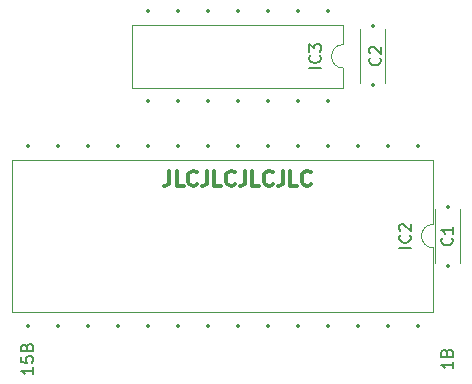
<source format=gto>
%TF.GenerationSoftware,KiCad,Pcbnew,8.0.6+1*%
%TF.CreationDate,2024-12-12T19:08:46+01:00*%
%TF.ProjectId,full_rom,66756c6c-5f72-46f6-9d2e-6b696361645f,0*%
%TF.SameCoordinates,Original*%
%TF.FileFunction,Legend,Top*%
%TF.FilePolarity,Positive*%
%FSLAX46Y46*%
G04 Gerber Fmt 4.6, Leading zero omitted, Abs format (unit mm)*
G04 Created by KiCad (PCBNEW 8.0.6+1) date 2024-12-12 19:08:46*
%MOMM*%
%LPD*%
G01*
G04 APERTURE LIST*
%ADD10C,0.300000*%
%ADD11C,0.150000*%
%ADD12C,0.120000*%
%ADD13C,0.350000*%
G04 APERTURE END LIST*
D10*
X14546189Y27103327D02*
X14546189Y26210470D01*
X14546189Y26210470D02*
X14486666Y26031898D01*
X14486666Y26031898D02*
X14367618Y25912850D01*
X14367618Y25912850D02*
X14189047Y25853327D01*
X14189047Y25853327D02*
X14069999Y25853327D01*
X15736666Y25853327D02*
X15141428Y25853327D01*
X15141428Y25853327D02*
X15141428Y27103327D01*
X16867618Y25972374D02*
X16808094Y25912850D01*
X16808094Y25912850D02*
X16629523Y25853327D01*
X16629523Y25853327D02*
X16510475Y25853327D01*
X16510475Y25853327D02*
X16331904Y25912850D01*
X16331904Y25912850D02*
X16212856Y26031898D01*
X16212856Y26031898D02*
X16153333Y26150946D01*
X16153333Y26150946D02*
X16093809Y26389041D01*
X16093809Y26389041D02*
X16093809Y26567612D01*
X16093809Y26567612D02*
X16153333Y26805708D01*
X16153333Y26805708D02*
X16212856Y26924755D01*
X16212856Y26924755D02*
X16331904Y27043803D01*
X16331904Y27043803D02*
X16510475Y27103327D01*
X16510475Y27103327D02*
X16629523Y27103327D01*
X16629523Y27103327D02*
X16808094Y27043803D01*
X16808094Y27043803D02*
X16867618Y26984279D01*
X17760475Y27103327D02*
X17760475Y26210470D01*
X17760475Y26210470D02*
X17700952Y26031898D01*
X17700952Y26031898D02*
X17581904Y25912850D01*
X17581904Y25912850D02*
X17403333Y25853327D01*
X17403333Y25853327D02*
X17284285Y25853327D01*
X18950952Y25853327D02*
X18355714Y25853327D01*
X18355714Y25853327D02*
X18355714Y27103327D01*
X20081904Y25972374D02*
X20022380Y25912850D01*
X20022380Y25912850D02*
X19843809Y25853327D01*
X19843809Y25853327D02*
X19724761Y25853327D01*
X19724761Y25853327D02*
X19546190Y25912850D01*
X19546190Y25912850D02*
X19427142Y26031898D01*
X19427142Y26031898D02*
X19367619Y26150946D01*
X19367619Y26150946D02*
X19308095Y26389041D01*
X19308095Y26389041D02*
X19308095Y26567612D01*
X19308095Y26567612D02*
X19367619Y26805708D01*
X19367619Y26805708D02*
X19427142Y26924755D01*
X19427142Y26924755D02*
X19546190Y27043803D01*
X19546190Y27043803D02*
X19724761Y27103327D01*
X19724761Y27103327D02*
X19843809Y27103327D01*
X19843809Y27103327D02*
X20022380Y27043803D01*
X20022380Y27043803D02*
X20081904Y26984279D01*
X20974761Y27103327D02*
X20974761Y26210470D01*
X20974761Y26210470D02*
X20915238Y26031898D01*
X20915238Y26031898D02*
X20796190Y25912850D01*
X20796190Y25912850D02*
X20617619Y25853327D01*
X20617619Y25853327D02*
X20498571Y25853327D01*
X22165238Y25853327D02*
X21570000Y25853327D01*
X21570000Y25853327D02*
X21570000Y27103327D01*
X23296190Y25972374D02*
X23236666Y25912850D01*
X23236666Y25912850D02*
X23058095Y25853327D01*
X23058095Y25853327D02*
X22939047Y25853327D01*
X22939047Y25853327D02*
X22760476Y25912850D01*
X22760476Y25912850D02*
X22641428Y26031898D01*
X22641428Y26031898D02*
X22581905Y26150946D01*
X22581905Y26150946D02*
X22522381Y26389041D01*
X22522381Y26389041D02*
X22522381Y26567612D01*
X22522381Y26567612D02*
X22581905Y26805708D01*
X22581905Y26805708D02*
X22641428Y26924755D01*
X22641428Y26924755D02*
X22760476Y27043803D01*
X22760476Y27043803D02*
X22939047Y27103327D01*
X22939047Y27103327D02*
X23058095Y27103327D01*
X23058095Y27103327D02*
X23236666Y27043803D01*
X23236666Y27043803D02*
X23296190Y26984279D01*
X24189047Y27103327D02*
X24189047Y26210470D01*
X24189047Y26210470D02*
X24129524Y26031898D01*
X24129524Y26031898D02*
X24010476Y25912850D01*
X24010476Y25912850D02*
X23831905Y25853327D01*
X23831905Y25853327D02*
X23712857Y25853327D01*
X25379524Y25853327D02*
X24784286Y25853327D01*
X24784286Y25853327D02*
X24784286Y27103327D01*
X26510476Y25972374D02*
X26450952Y25912850D01*
X26450952Y25912850D02*
X26272381Y25853327D01*
X26272381Y25853327D02*
X26153333Y25853327D01*
X26153333Y25853327D02*
X25974762Y25912850D01*
X25974762Y25912850D02*
X25855714Y26031898D01*
X25855714Y26031898D02*
X25796191Y26150946D01*
X25796191Y26150946D02*
X25736667Y26389041D01*
X25736667Y26389041D02*
X25736667Y26567612D01*
X25736667Y26567612D02*
X25796191Y26805708D01*
X25796191Y26805708D02*
X25855714Y26924755D01*
X25855714Y26924755D02*
X25974762Y27043803D01*
X25974762Y27043803D02*
X26153333Y27103327D01*
X26153333Y27103327D02*
X26272381Y27103327D01*
X26272381Y27103327D02*
X26450952Y27043803D01*
X26450952Y27043803D02*
X26510476Y26984279D01*
D11*
X38554819Y10961715D02*
X38554819Y10390287D01*
X38554819Y10676001D02*
X37554819Y10676001D01*
X37554819Y10676001D02*
X37697676Y10580763D01*
X37697676Y10580763D02*
X37792914Y10485525D01*
X37792914Y10485525D02*
X37840533Y10390287D01*
X38031009Y11723620D02*
X38078628Y11866477D01*
X38078628Y11866477D02*
X38126247Y11914096D01*
X38126247Y11914096D02*
X38221485Y11961715D01*
X38221485Y11961715D02*
X38364342Y11961715D01*
X38364342Y11961715D02*
X38459580Y11914096D01*
X38459580Y11914096D02*
X38507200Y11866477D01*
X38507200Y11866477D02*
X38554819Y11771239D01*
X38554819Y11771239D02*
X38554819Y11390287D01*
X38554819Y11390287D02*
X37554819Y11390287D01*
X37554819Y11390287D02*
X37554819Y11723620D01*
X37554819Y11723620D02*
X37602438Y11818858D01*
X37602438Y11818858D02*
X37650057Y11866477D01*
X37650057Y11866477D02*
X37745295Y11914096D01*
X37745295Y11914096D02*
X37840533Y11914096D01*
X37840533Y11914096D02*
X37935771Y11866477D01*
X37935771Y11866477D02*
X37983390Y11818858D01*
X37983390Y11818858D02*
X38031009Y11723620D01*
X38031009Y11723620D02*
X38031009Y11390287D01*
X2994819Y10485524D02*
X2994819Y9914096D01*
X2994819Y10199810D02*
X1994819Y10199810D01*
X1994819Y10199810D02*
X2137676Y10104572D01*
X2137676Y10104572D02*
X2232914Y10009334D01*
X2232914Y10009334D02*
X2280533Y9914096D01*
X1994819Y11390286D02*
X1994819Y10914096D01*
X1994819Y10914096D02*
X2471009Y10866477D01*
X2471009Y10866477D02*
X2423390Y10914096D01*
X2423390Y10914096D02*
X2375771Y11009334D01*
X2375771Y11009334D02*
X2375771Y11247429D01*
X2375771Y11247429D02*
X2423390Y11342667D01*
X2423390Y11342667D02*
X2471009Y11390286D01*
X2471009Y11390286D02*
X2566247Y11437905D01*
X2566247Y11437905D02*
X2804342Y11437905D01*
X2804342Y11437905D02*
X2899580Y11390286D01*
X2899580Y11390286D02*
X2947200Y11342667D01*
X2947200Y11342667D02*
X2994819Y11247429D01*
X2994819Y11247429D02*
X2994819Y11009334D01*
X2994819Y11009334D02*
X2947200Y10914096D01*
X2947200Y10914096D02*
X2899580Y10866477D01*
X2471009Y12199810D02*
X2518628Y12342667D01*
X2518628Y12342667D02*
X2566247Y12390286D01*
X2566247Y12390286D02*
X2661485Y12437905D01*
X2661485Y12437905D02*
X2804342Y12437905D01*
X2804342Y12437905D02*
X2899580Y12390286D01*
X2899580Y12390286D02*
X2947200Y12342667D01*
X2947200Y12342667D02*
X2994819Y12247429D01*
X2994819Y12247429D02*
X2994819Y11866477D01*
X2994819Y11866477D02*
X1994819Y11866477D01*
X1994819Y11866477D02*
X1994819Y12199810D01*
X1994819Y12199810D02*
X2042438Y12295048D01*
X2042438Y12295048D02*
X2090057Y12342667D01*
X2090057Y12342667D02*
X2185295Y12390286D01*
X2185295Y12390286D02*
X2280533Y12390286D01*
X2280533Y12390286D02*
X2375771Y12342667D01*
X2375771Y12342667D02*
X2423390Y12295048D01*
X2423390Y12295048D02*
X2471009Y12199810D01*
X2471009Y12199810D02*
X2471009Y11866477D01*
X34998819Y20613811D02*
X33998819Y20613811D01*
X34903580Y21661429D02*
X34951200Y21613810D01*
X34951200Y21613810D02*
X34998819Y21470953D01*
X34998819Y21470953D02*
X34998819Y21375715D01*
X34998819Y21375715D02*
X34951200Y21232858D01*
X34951200Y21232858D02*
X34855961Y21137620D01*
X34855961Y21137620D02*
X34760723Y21090001D01*
X34760723Y21090001D02*
X34570247Y21042382D01*
X34570247Y21042382D02*
X34427390Y21042382D01*
X34427390Y21042382D02*
X34236914Y21090001D01*
X34236914Y21090001D02*
X34141676Y21137620D01*
X34141676Y21137620D02*
X34046438Y21232858D01*
X34046438Y21232858D02*
X33998819Y21375715D01*
X33998819Y21375715D02*
X33998819Y21470953D01*
X33998819Y21470953D02*
X34046438Y21613810D01*
X34046438Y21613810D02*
X34094057Y21661429D01*
X34094057Y22042382D02*
X34046438Y22090001D01*
X34046438Y22090001D02*
X33998819Y22185239D01*
X33998819Y22185239D02*
X33998819Y22423334D01*
X33998819Y22423334D02*
X34046438Y22518572D01*
X34046438Y22518572D02*
X34094057Y22566191D01*
X34094057Y22566191D02*
X34189295Y22613810D01*
X34189295Y22613810D02*
X34284533Y22613810D01*
X34284533Y22613810D02*
X34427390Y22566191D01*
X34427390Y22566191D02*
X34998819Y21994763D01*
X34998819Y21994763D02*
X34998819Y22613810D01*
X32363580Y36683334D02*
X32411200Y36635715D01*
X32411200Y36635715D02*
X32458819Y36492858D01*
X32458819Y36492858D02*
X32458819Y36397620D01*
X32458819Y36397620D02*
X32411200Y36254763D01*
X32411200Y36254763D02*
X32315961Y36159525D01*
X32315961Y36159525D02*
X32220723Y36111906D01*
X32220723Y36111906D02*
X32030247Y36064287D01*
X32030247Y36064287D02*
X31887390Y36064287D01*
X31887390Y36064287D02*
X31696914Y36111906D01*
X31696914Y36111906D02*
X31601676Y36159525D01*
X31601676Y36159525D02*
X31506438Y36254763D01*
X31506438Y36254763D02*
X31458819Y36397620D01*
X31458819Y36397620D02*
X31458819Y36492858D01*
X31458819Y36492858D02*
X31506438Y36635715D01*
X31506438Y36635715D02*
X31554057Y36683334D01*
X31554057Y37064287D02*
X31506438Y37111906D01*
X31506438Y37111906D02*
X31458819Y37207144D01*
X31458819Y37207144D02*
X31458819Y37445239D01*
X31458819Y37445239D02*
X31506438Y37540477D01*
X31506438Y37540477D02*
X31554057Y37588096D01*
X31554057Y37588096D02*
X31649295Y37635715D01*
X31649295Y37635715D02*
X31744533Y37635715D01*
X31744533Y37635715D02*
X31887390Y37588096D01*
X31887390Y37588096D02*
X32458819Y37016668D01*
X32458819Y37016668D02*
X32458819Y37635715D01*
X38459580Y21423334D02*
X38507200Y21375715D01*
X38507200Y21375715D02*
X38554819Y21232858D01*
X38554819Y21232858D02*
X38554819Y21137620D01*
X38554819Y21137620D02*
X38507200Y20994763D01*
X38507200Y20994763D02*
X38411961Y20899525D01*
X38411961Y20899525D02*
X38316723Y20851906D01*
X38316723Y20851906D02*
X38126247Y20804287D01*
X38126247Y20804287D02*
X37983390Y20804287D01*
X37983390Y20804287D02*
X37792914Y20851906D01*
X37792914Y20851906D02*
X37697676Y20899525D01*
X37697676Y20899525D02*
X37602438Y20994763D01*
X37602438Y20994763D02*
X37554819Y21137620D01*
X37554819Y21137620D02*
X37554819Y21232858D01*
X37554819Y21232858D02*
X37602438Y21375715D01*
X37602438Y21375715D02*
X37650057Y21423334D01*
X38554819Y22375715D02*
X38554819Y21804287D01*
X38554819Y22090001D02*
X37554819Y22090001D01*
X37554819Y22090001D02*
X37697676Y21994763D01*
X37697676Y21994763D02*
X37792914Y21899525D01*
X37792914Y21899525D02*
X37840533Y21804287D01*
X27378819Y35833811D02*
X26378819Y35833811D01*
X27283580Y36881429D02*
X27331200Y36833810D01*
X27331200Y36833810D02*
X27378819Y36690953D01*
X27378819Y36690953D02*
X27378819Y36595715D01*
X27378819Y36595715D02*
X27331200Y36452858D01*
X27331200Y36452858D02*
X27235961Y36357620D01*
X27235961Y36357620D02*
X27140723Y36310001D01*
X27140723Y36310001D02*
X26950247Y36262382D01*
X26950247Y36262382D02*
X26807390Y36262382D01*
X26807390Y36262382D02*
X26616914Y36310001D01*
X26616914Y36310001D02*
X26521676Y36357620D01*
X26521676Y36357620D02*
X26426438Y36452858D01*
X26426438Y36452858D02*
X26378819Y36595715D01*
X26378819Y36595715D02*
X26378819Y36690953D01*
X26378819Y36690953D02*
X26426438Y36833810D01*
X26426438Y36833810D02*
X26474057Y36881429D01*
X26378819Y37214763D02*
X26378819Y37833810D01*
X26378819Y37833810D02*
X26759771Y37500477D01*
X26759771Y37500477D02*
X26759771Y37643334D01*
X26759771Y37643334D02*
X26807390Y37738572D01*
X26807390Y37738572D02*
X26855009Y37786191D01*
X26855009Y37786191D02*
X26950247Y37833810D01*
X26950247Y37833810D02*
X27188342Y37833810D01*
X27188342Y37833810D02*
X27283580Y37786191D01*
X27283580Y37786191D02*
X27331200Y37738572D01*
X27331200Y37738572D02*
X27378819Y37643334D01*
X27378819Y37643334D02*
X27378819Y37357620D01*
X27378819Y37357620D02*
X27331200Y37262382D01*
X27331200Y37262382D02*
X27283580Y37214763D01*
D12*
%TO.C,IC2*%
X1210000Y28050000D02*
X1210000Y15130000D01*
X1210000Y15130000D02*
X36890000Y15130000D01*
X36890000Y28050000D02*
X1210000Y28050000D01*
X36890000Y22590000D02*
X36890000Y28050000D01*
X36890000Y15130000D02*
X36890000Y20590000D01*
X36890000Y20590000D02*
G75*
G02*
X36890000Y22590000I0J1000000D01*
G01*
%TO.C,C2*%
X30680000Y39120000D02*
X30695000Y39120000D01*
X30680000Y34580000D02*
X30680000Y39120000D01*
X30680000Y34580000D02*
X30695000Y34580000D01*
X32805000Y39120000D02*
X32820000Y39120000D01*
X32805000Y34580000D02*
X32820000Y34580000D01*
X32820000Y34580000D02*
X32820000Y39120000D01*
%TO.C,C1*%
X37030000Y23860000D02*
X37045000Y23860000D01*
X37030000Y19320000D02*
X37030000Y23860000D01*
X37030000Y19320000D02*
X37045000Y19320000D01*
X39155000Y23860000D02*
X39170000Y23860000D01*
X39155000Y19320000D02*
X39170000Y19320000D01*
X39170000Y19320000D02*
X39170000Y23860000D01*
%TO.C,IC3*%
X11370000Y39460000D02*
X11370000Y34160000D01*
X11370000Y34160000D02*
X29270000Y34160000D01*
X29270000Y39460000D02*
X11370000Y39460000D01*
X29270000Y37810000D02*
X29270000Y39460000D01*
X29270000Y34160000D02*
X29270000Y35810000D01*
X29270000Y35810000D02*
G75*
G02*
X29270000Y37810000I0J1000000D01*
G01*
%TD*%
D13*
X35560000Y29210000D03*
X33020000Y29210000D03*
X30480000Y29210000D03*
X27940000Y29210000D03*
X25400000Y29210000D03*
X22860000Y29210000D03*
X20320000Y29210000D03*
X17780000Y29210000D03*
X15240000Y29210000D03*
X12700000Y29210000D03*
X10160000Y29210000D03*
X7620000Y29210000D03*
X5080000Y29210000D03*
X2540000Y29210000D03*
X2540000Y13970000D03*
X5080000Y13970000D03*
X7620000Y13970000D03*
X10160000Y13970000D03*
X12700000Y13970000D03*
X15240000Y13970000D03*
X17780000Y13970000D03*
X20320000Y13970000D03*
X22860000Y13970000D03*
X25400000Y13970000D03*
X27940000Y13970000D03*
X30480000Y13970000D03*
X33020000Y13970000D03*
X35560000Y13970000D03*
X31750000Y34350000D03*
X31750000Y39350000D03*
X38100000Y19090000D03*
X38100000Y24090000D03*
X27940000Y40620000D03*
X25400000Y40620000D03*
X22860000Y40620000D03*
X20320000Y40620000D03*
X17780000Y40620000D03*
X15240000Y40620000D03*
X12700000Y40620000D03*
X12700000Y33000000D03*
X15240000Y33000000D03*
X17780000Y33000000D03*
X20320000Y33000000D03*
X22860000Y33000000D03*
X25400000Y33000000D03*
X27940000Y33000000D03*
M02*

</source>
